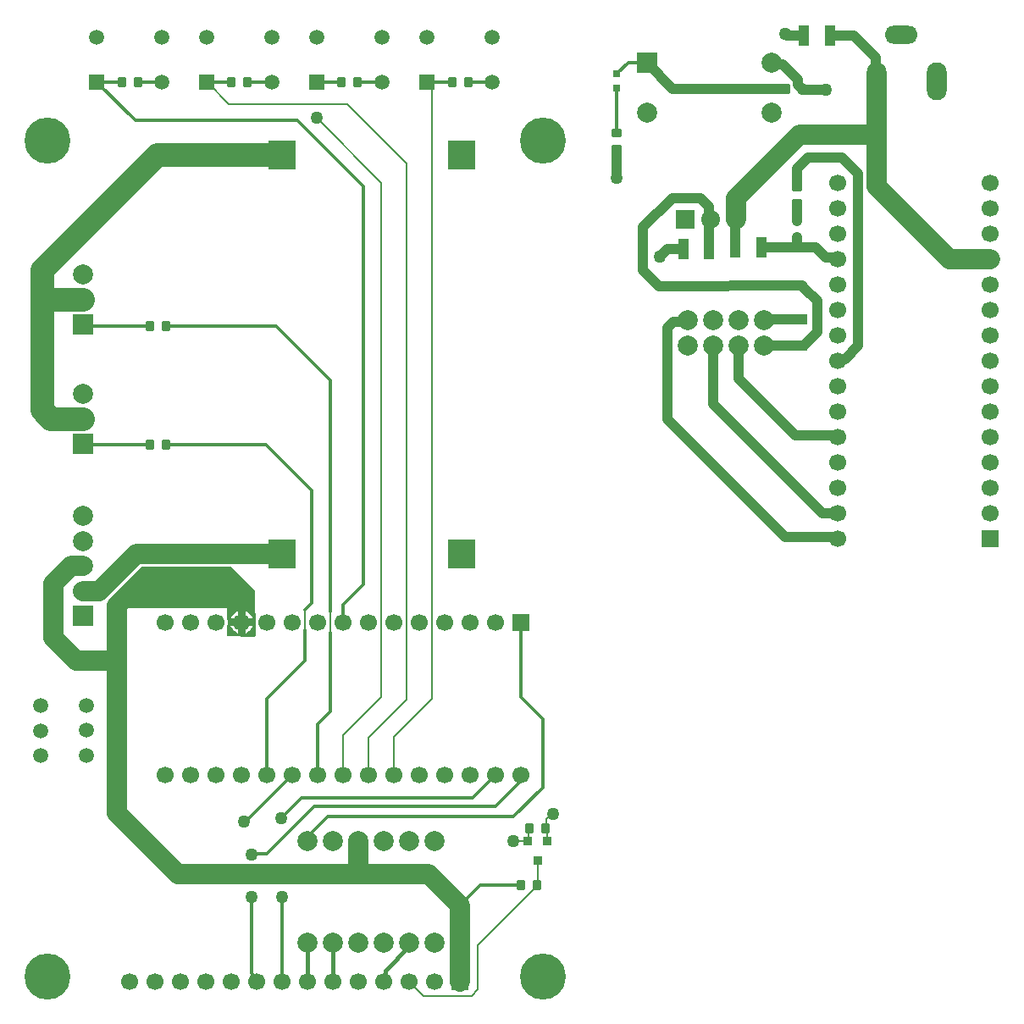
<source format=gtl>
G04*
G04 #@! TF.GenerationSoftware,Altium Limited,Altium Designer,24.9.1 (31)*
G04*
G04 Layer_Physical_Order=1*
G04 Layer_Color=255*
%FSLAX44Y44*%
%MOMM*%
G71*
G04*
G04 #@! TF.SameCoordinates,08A160DE-048D-4C44-B89D-0D19DBCE6055*
G04*
G04*
G04 #@! TF.FilePolarity,Positive*
G04*
G01*
G75*
%ADD11C,0.2000*%
G04:AMPARAMS|DCode=16|XSize=1.1mm|YSize=2mm|CornerRadius=0.055mm|HoleSize=0mm|Usage=FLASHONLY|Rotation=0.000|XOffset=0mm|YOffset=0mm|HoleType=Round|Shape=RoundedRectangle|*
%AMROUNDEDRECTD16*
21,1,1.1000,1.8900,0,0,0.0*
21,1,0.9900,2.0000,0,0,0.0*
1,1,0.1100,0.4950,-0.9450*
1,1,0.1100,-0.4950,-0.9450*
1,1,0.1100,-0.4950,0.9450*
1,1,0.1100,0.4950,0.9450*
%
%ADD16ROUNDEDRECTD16*%
G04:AMPARAMS|DCode=17|XSize=0.8mm|YSize=1mm|CornerRadius=0.04mm|HoleSize=0mm|Usage=FLASHONLY|Rotation=180.000|XOffset=0mm|YOffset=0mm|HoleType=Round|Shape=RoundedRectangle|*
%AMROUNDEDRECTD17*
21,1,0.8000,0.9200,0,0,180.0*
21,1,0.7200,1.0000,0,0,180.0*
1,1,0.0800,-0.3600,0.4600*
1,1,0.0800,0.3600,0.4600*
1,1,0.0800,0.3600,-0.4600*
1,1,0.0800,-0.3600,-0.4600*
%
%ADD17ROUNDEDRECTD17*%
%ADD18R,0.8000X0.8000*%
G04:AMPARAMS|DCode=19|XSize=1.1mm|YSize=2mm|CornerRadius=0.055mm|HoleSize=0mm|Usage=FLASHONLY|Rotation=90.000|XOffset=0mm|YOffset=0mm|HoleType=Round|Shape=RoundedRectangle|*
%AMROUNDEDRECTD19*
21,1,1.1000,1.8900,0,0,90.0*
21,1,0.9900,2.0000,0,0,90.0*
1,1,0.1100,0.9450,0.4950*
1,1,0.1100,0.9450,-0.4950*
1,1,0.1100,-0.9450,-0.4950*
1,1,0.1100,-0.9450,0.4950*
%
%ADD19ROUNDEDRECTD19*%
G04:AMPARAMS|DCode=20|XSize=0.8mm|YSize=1mm|CornerRadius=0.04mm|HoleSize=0mm|Usage=FLASHONLY|Rotation=270.000|XOffset=0mm|YOffset=0mm|HoleType=Round|Shape=RoundedRectangle|*
%AMROUNDEDRECTD20*
21,1,0.8000,0.9200,0,0,270.0*
21,1,0.7200,1.0000,0,0,270.0*
1,1,0.0800,-0.4600,-0.3600*
1,1,0.0800,-0.4600,0.3600*
1,1,0.0800,0.4600,0.3600*
1,1,0.0800,0.4600,-0.3600*
%
%ADD20ROUNDEDRECTD20*%
G04:AMPARAMS|DCode=21|XSize=0.8mm|YSize=0.9mm|CornerRadius=0.04mm|HoleSize=0mm|Usage=FLASHONLY|Rotation=0.000|XOffset=0mm|YOffset=0mm|HoleType=Round|Shape=RoundedRectangle|*
%AMROUNDEDRECTD21*
21,1,0.8000,0.8200,0,0,0.0*
21,1,0.7200,0.9000,0,0,0.0*
1,1,0.0800,0.3600,-0.4100*
1,1,0.0800,-0.3600,-0.4100*
1,1,0.0800,-0.3600,0.4100*
1,1,0.0800,0.3600,0.4100*
%
%ADD21ROUNDEDRECTD21*%
%ADD43C,1.0000*%
%ADD44C,0.3000*%
%ADD45C,2.0000*%
%ADD46C,0.3810*%
%ADD47C,2.4000*%
%ADD48R,2.0000X2.0000*%
%ADD49C,2.0000*%
%ADD50O,3.3000X1.8000*%
%ADD51O,2.0000X3.8000*%
%ADD52C,1.7000*%
%ADD53R,1.7000X1.7000*%
%ADD54C,1.8669*%
%ADD55R,1.8669X1.8669*%
%ADD56R,1.7000X1.7000*%
%ADD57R,2.0000X2.0000*%
%ADD58C,1.5000*%
%ADD59C,4.6000*%
%ADD60R,2.8000X3.0000*%
%ADD61R,1.4980X1.4980*%
%ADD62C,1.4980*%
%ADD63C,1.2700*%
G36*
X283568Y2421786D02*
X284644Y2376945D01*
X283230Y2375530D01*
X256157Y2376170D01*
Y2385985D01*
X256864Y2388626D01*
Y2391654D01*
X256157Y2394294D01*
Y2404019D01*
X157210Y2404019D01*
X144973Y2419796D01*
X170785Y2445608D01*
X259746D01*
X283568Y2421786D01*
D02*
G37*
%LPC*%
G36*
X274264Y2401108D02*
Y2393640D01*
X281732D01*
X281480Y2394579D01*
X279966Y2397201D01*
X277825Y2399342D01*
X275203Y2400856D01*
X274264Y2401108D01*
D02*
G37*
G36*
X267264D02*
X266325Y2400856D01*
X263703Y2399342D01*
X261562Y2397201D01*
X260048Y2394579D01*
X259796Y2393640D01*
X267264D01*
Y2401108D01*
D02*
G37*
G36*
X281732Y2386640D02*
X274264D01*
Y2379172D01*
X275203Y2379424D01*
X277825Y2380938D01*
X279966Y2383079D01*
X281480Y2385701D01*
X281732Y2386640D01*
D02*
G37*
G36*
X267264D02*
X259796D01*
X260048Y2385701D01*
X261562Y2383079D01*
X263703Y2380938D01*
X266325Y2379424D01*
X267264Y2379172D01*
Y2386640D01*
D02*
G37*
%LPD*%
D11*
X359464Y2379980D02*
Y2400500D01*
X334264Y2381804D02*
Y2402840D01*
X580270Y2198370D02*
X581914D01*
X575309Y2193409D02*
X580270Y2198370D01*
X574674Y2184400D02*
Y2185670D01*
X575309Y2185035D02*
Y2193409D01*
X573404Y2184400D02*
Y2185670D01*
X575309Y2185035D02*
X576474Y2183870D01*
Y2171540D02*
Y2183870D01*
X564054Y2123250D02*
X566674Y2125870D01*
X506984Y2067560D02*
X562674Y2123250D01*
X564054D01*
X566674Y2125870D02*
Y2151540D01*
X556714Y2171700D02*
X556874Y2171540D01*
X542544Y2171700D02*
X556714D01*
X557139Y2171805D02*
Y2184135D01*
X557404Y2181860D02*
Y2184400D01*
X557139Y2184135D02*
X557404Y2184400D01*
X556874Y2171540D02*
X557139Y2171805D01*
X438404Y2030730D02*
X452404Y2016730D01*
X372364Y2277110D02*
X410464Y2315210D01*
X423164Y2275840D02*
X461264Y2313940D01*
X397764Y2274570D02*
X435864Y2312670D01*
X372364Y2237740D02*
Y2277110D01*
X397764Y2237740D02*
Y2274570D01*
X423164Y2237740D02*
Y2275840D01*
X452404Y2016730D02*
X500604D01*
X506984Y2023110D02*
Y2067560D01*
X500604Y2016730D02*
X506984Y2023110D01*
X257884Y2908300D02*
X376174D01*
X236294Y2929890D02*
X257884Y2908300D01*
X376174D02*
X435864Y2848610D01*
X345694Y2894330D02*
X410464Y2829560D01*
X358394Y2632710D02*
X359464Y2631640D01*
X410464Y2315210D02*
Y2829560D01*
X461264Y2313940D02*
Y2924920D01*
X435864Y2312670D02*
Y2848610D01*
D16*
X858820Y2976880D02*
D03*
X832820D02*
D03*
X738170Y2763520D02*
D03*
X712170D02*
D03*
X764240Y2764790D02*
D03*
X790240D02*
D03*
D17*
X830960Y2923540D02*
D03*
X814960D02*
D03*
X260224Y2929890D02*
D03*
X276224D02*
D03*
X481204D02*
D03*
X497204D02*
D03*
X370714D02*
D03*
X386714D02*
D03*
X178944Y2567940D02*
D03*
X194944D02*
D03*
X574674Y2184400D02*
D03*
X558674D02*
D03*
X151004Y2929890D02*
D03*
X167004D02*
D03*
X549784Y2127250D02*
D03*
X565784D02*
D03*
X194944Y2686050D02*
D03*
X178944D02*
D03*
D18*
X645160Y2938660D02*
D03*
Y2923660D02*
D03*
X825500Y2790070D02*
D03*
Y2775070D02*
D03*
D19*
Y2692700D02*
D03*
Y2666700D02*
D03*
D20*
Y2808860D02*
D03*
Y2824860D02*
D03*
X645160Y2879470D02*
D03*
Y2863470D02*
D03*
D21*
X576474Y2171540D02*
D03*
X556874D02*
D03*
X566674Y2151540D02*
D03*
D43*
X802553Y2947497D02*
X811703D01*
X826960Y2932240D01*
X800640Y2949410D02*
X802553Y2947497D01*
X701510Y2923540D02*
X810260D01*
X870545Y2854960D02*
X887200Y2838305D01*
X864801Y2754699D02*
X866140Y2753360D01*
X645160Y2834640D02*
Y2858470D01*
X675640Y2949410D02*
X701510Y2923540D01*
X873829Y2653099D02*
X887200Y2666470D01*
Y2838305D01*
X836930Y2854960D02*
X870545D01*
X867479Y2653099D02*
X873829D01*
X864801Y2475299D02*
X866140Y2473960D01*
Y2651760D02*
X867479Y2653099D01*
X864801Y2576899D02*
X866140Y2575560D01*
X850900Y2499360D02*
X866140D01*
X826960Y2927540D02*
X830960Y2923540D01*
X826960Y2927540D02*
Y2932240D01*
X830610Y2922270D02*
X854710D01*
X904607Y2931753D02*
Y2954923D01*
Y2931753D02*
X905200Y2931160D01*
X814070Y2978150D02*
X814801D01*
X816071Y2976880D01*
X858820D02*
X882650D01*
X816071D02*
X832820D01*
X882650D02*
X904607Y2954923D01*
X688230Y2725530D02*
X826516Y2726539D01*
X764240Y2764790D02*
Y2792430D01*
X695960Y2763520D02*
X712170D01*
X671830Y2741930D02*
X688230Y2725530D01*
X671830Y2741930D02*
Y2785110D01*
X738170Y2763520D02*
Y2791760D01*
X688340Y2755900D02*
X695960Y2763520D01*
X825500Y2764790D02*
Y2775070D01*
X767080Y2633980D02*
Y2667000D01*
X741680Y2608580D02*
Y2667000D01*
X825500Y2791460D02*
Y2807872D01*
X738170Y2791760D02*
X739140Y2792730D01*
X701040Y2814320D02*
X728980D01*
X737481Y2794389D02*
Y2805819D01*
X728980Y2814320D02*
X737481Y2805819D01*
X671830Y2785110D02*
X701040Y2814320D01*
X737481Y2794389D02*
X739140Y2792730D01*
X854641Y2754699D02*
X864801D01*
X825500Y2764790D02*
X844550D01*
X854641Y2754699D01*
X790240Y2764790D02*
X825500D01*
Y2843530D02*
X836930Y2854960D01*
X825500Y2828290D02*
Y2843530D01*
X830731Y2726539D02*
X833660Y2723611D01*
X832540Y2666700D02*
X846040Y2680200D01*
X826516Y2726539D02*
X830731D01*
X833660Y2723611D02*
X846040Y2711230D01*
Y2680200D02*
Y2711230D01*
X814001Y2475299D02*
X864801D01*
X767080Y2633980D02*
X824161Y2576899D01*
X695960Y2593340D02*
X814001Y2475299D01*
X741680Y2608580D02*
X850900Y2499360D01*
X824161Y2576899D02*
X864801D01*
X695960Y2593340D02*
Y2684629D01*
X701818Y2690486D01*
X714367D01*
X716280Y2692400D01*
X792480Y2667000D02*
X792630Y2666850D01*
Y2692550D02*
X827890D01*
X825350Y2666850D02*
X825500Y2666700D01*
X827890Y2692550D02*
X828040Y2692700D01*
X792630Y2666850D02*
X825350D01*
X792480Y2692400D02*
X792630Y2692550D01*
D44*
X645160Y2879470D02*
Y2922630D01*
X656940Y2949410D02*
X675640D01*
X645160Y2922630D02*
X646430Y2923900D01*
Y2938900D02*
X656940Y2949410D01*
X334264Y2402840D02*
X340614Y2409190D01*
X296164Y2313940D02*
X334264Y2352040D01*
X372364Y2390140D02*
Y2407920D01*
X296164Y2237740D02*
Y2313940D01*
X542544Y2195830D02*
X571754Y2225040D01*
X286004Y2030730D02*
Y2034407D01*
X280924Y2039487D02*
X286004Y2034407D01*
X336804Y2171700D02*
Y2175510D01*
X295906Y2158742D02*
X343154Y2205990D01*
X336804Y2175510D02*
X357124Y2195830D01*
X547485Y2228711D02*
Y2235061D01*
X571754Y2225040D02*
Y2293620D01*
X524764Y2205990D02*
X547485Y2228711D01*
X501904Y2214880D02*
X524764Y2237740D01*
X550164Y2315210D02*
X571754Y2293620D01*
X550164Y2315210D02*
Y2390140D01*
X547485Y2235061D02*
X550164Y2237740D01*
X274574Y2190750D02*
X321564Y2237740D01*
X281636Y2158742D02*
X295906D01*
X280924Y2158030D02*
X281636Y2158742D01*
X509524Y2127250D02*
X550299D01*
X489204Y2106930D02*
X509524Y2127250D01*
X343154Y2205990D02*
X524764D01*
X357124Y2195830D02*
X542544D01*
X330350Y2214880D02*
X501904D01*
X273304Y2190750D02*
X274574D01*
X310082Y2194612D02*
X330350Y2214880D01*
X280924Y2039487D02*
Y2115820D01*
X311404Y2030730D02*
Y2115820D01*
X346964Y2237740D02*
Y2288540D01*
X359464Y2301040D02*
Y2379980D01*
X346964Y2288540D02*
X359464Y2301040D01*
X334264Y2352040D02*
Y2381804D01*
X276224Y2929890D02*
X276504Y2930170D01*
X346294Y2929890D02*
X373254D01*
X276504Y2930170D02*
X301014D01*
X236014D02*
X236294Y2929890D01*
X346014Y2930170D02*
X346294Y2929890D01*
X236294D02*
X260224D01*
X389534Y2930170D02*
X411014D01*
X389254Y2929890D02*
X389534Y2930170D01*
X456014D02*
X456294Y2929890D01*
X498374Y2930170D02*
X521014D01*
X456294Y2929890D02*
X482094D01*
X498094D02*
X498374Y2930170D01*
X165734Y2928620D02*
X167284Y2930170D01*
X127564Y2929890D02*
X151004D01*
X127284Y2930170D02*
X127564Y2929890D01*
X126014Y2930170D02*
X127284D01*
X167284D02*
X191014D01*
X127564Y2928620D02*
X164394Y2891790D01*
X326644D01*
X113684Y2686050D02*
X178944D01*
X112414Y2567940D02*
X178944D01*
X112014Y2568340D02*
X112414Y2567940D01*
X112014Y2687720D02*
X113684Y2686050D01*
X294894Y2567940D02*
X340614Y2522220D01*
X326644Y2891790D02*
X392684Y2825750D01*
Y2428240D02*
Y2825750D01*
X340614Y2409190D02*
Y2522220D01*
X359464Y2400500D02*
Y2631640D01*
X372364Y2407920D02*
X392684Y2428240D01*
X305054Y2686050D02*
X358394Y2632710D01*
X194944Y2567940D02*
X294894D01*
X194944Y2686050D02*
X305054D01*
D45*
X905200Y2826060D02*
X977900Y2753360D01*
X828040Y2877820D02*
X902970D01*
X905200Y2826060D02*
Y2877820D01*
X977900Y2753360D02*
X1018540D01*
X905200Y2877820D02*
Y2931160D01*
X764540Y2814320D02*
X828040Y2877820D01*
X764540Y2792730D02*
Y2814320D01*
X387604Y2146300D02*
Y2171700D01*
X207264Y2138680D02*
X457454D01*
X146304Y2199640D02*
X207264Y2138680D01*
X146304Y2199640D02*
Y2352040D01*
Y2406650D01*
X105664Y2352040D02*
X146304D01*
X82804Y2374900D02*
X105664Y2352040D01*
X457454Y2138680D02*
X489204Y2106930D01*
Y2030730D02*
Y2106930D01*
X165354Y2458720D02*
X311404D01*
X128054Y2421420D02*
X165354Y2458720D01*
X146304Y2406650D02*
X168208Y2428554D01*
X111804Y2421420D02*
X128054D01*
X82804Y2428704D02*
X100520Y2446420D01*
X111804D01*
X82804Y2374900D02*
Y2428704D01*
D46*
X414165Y2031891D02*
Y2042052D01*
X438404Y2066290D02*
Y2070100D01*
X414165Y2042052D02*
X438404Y2066290D01*
X413004Y2030730D02*
X414165Y2031891D01*
X362204Y2030730D02*
Y2070100D01*
X336804Y2030730D02*
Y2070100D01*
D47*
X186554Y2857110D02*
X311404D01*
X71374Y2712720D02*
Y2741930D01*
X80264Y2593340D02*
X112014D01*
X71374Y2602230D02*
X80264Y2593340D01*
X71374Y2712720D02*
X112014D01*
X71374Y2602230D02*
Y2712720D01*
Y2741930D02*
X186554Y2857110D01*
D48*
X675640Y2949410D02*
D03*
D49*
X800640D02*
D03*
X675640Y2899410D02*
D03*
X800640D02*
D03*
X716280Y2667000D02*
D03*
Y2692400D02*
D03*
X741680Y2667000D02*
D03*
Y2692400D02*
D03*
X767080Y2667000D02*
D03*
Y2692400D02*
D03*
X792480Y2667000D02*
D03*
Y2692400D02*
D03*
X111804Y2496420D02*
D03*
Y2471420D02*
D03*
Y2446420D02*
D03*
Y2421420D02*
D03*
X463804Y2070100D02*
D03*
Y2171700D02*
D03*
X362204Y2070100D02*
D03*
X336804D02*
D03*
X413004D02*
D03*
X387604D02*
D03*
X438404D02*
D03*
X362204Y2171700D02*
D03*
X336804D02*
D03*
X413004D02*
D03*
X387604D02*
D03*
X438404D02*
D03*
X112014Y2737720D02*
D03*
Y2712720D02*
D03*
Y2618340D02*
D03*
Y2593340D02*
D03*
D50*
X930200Y2977660D02*
D03*
D51*
X965200Y2931160D02*
D03*
X905200D02*
D03*
D52*
X866140Y2473960D02*
D03*
Y2499360D02*
D03*
Y2524760D02*
D03*
Y2550160D02*
D03*
Y2575560D02*
D03*
Y2600960D02*
D03*
Y2626360D02*
D03*
Y2651760D02*
D03*
Y2677160D02*
D03*
Y2702560D02*
D03*
Y2727960D02*
D03*
Y2753360D02*
D03*
Y2778760D02*
D03*
Y2804160D02*
D03*
Y2829560D02*
D03*
X1018540D02*
D03*
Y2804160D02*
D03*
Y2778760D02*
D03*
Y2753360D02*
D03*
Y2727960D02*
D03*
Y2702560D02*
D03*
Y2677160D02*
D03*
Y2651760D02*
D03*
Y2626360D02*
D03*
Y2600960D02*
D03*
Y2575560D02*
D03*
Y2550160D02*
D03*
Y2524760D02*
D03*
Y2499360D02*
D03*
X463804Y2030730D02*
D03*
X438404D02*
D03*
X413004D02*
D03*
X387604D02*
D03*
X362204D02*
D03*
X336804D02*
D03*
X311404D02*
D03*
X286004D02*
D03*
X260604D02*
D03*
X235204D02*
D03*
X209804D02*
D03*
X184404D02*
D03*
X159004D02*
D03*
X550164Y2237740D02*
D03*
X524764D02*
D03*
X499364D02*
D03*
X473964D02*
D03*
X448564D02*
D03*
X423164D02*
D03*
X397764D02*
D03*
X372364D02*
D03*
X346964D02*
D03*
X321564D02*
D03*
X296164D02*
D03*
X270764D02*
D03*
X245364D02*
D03*
X219964D02*
D03*
X194564D02*
D03*
Y2390140D02*
D03*
X219964D02*
D03*
X245364D02*
D03*
X270764D02*
D03*
X296164D02*
D03*
X321564D02*
D03*
X346964D02*
D03*
X372364D02*
D03*
X397764D02*
D03*
X423164D02*
D03*
X448564D02*
D03*
X473964D02*
D03*
X499364D02*
D03*
X524764D02*
D03*
D53*
X1018540Y2473960D02*
D03*
D54*
X764540Y2792730D02*
D03*
X739140D02*
D03*
D55*
X713740D02*
D03*
D56*
X489204Y2030730D02*
D03*
X550164Y2390140D02*
D03*
D57*
X111804Y2396420D02*
D03*
X112014Y2687720D02*
D03*
Y2568340D02*
D03*
D58*
X115614Y2257190D02*
D03*
Y2282190D02*
D03*
Y2307190D02*
D03*
X69894Y2256790D02*
D03*
Y2281790D02*
D03*
Y2306790D02*
D03*
D59*
X76514Y2035890D02*
D03*
X571694D02*
D03*
Y2871410D02*
D03*
X76514D02*
D03*
D60*
X311404Y2458720D02*
D03*
X490474Y2857110D02*
D03*
X311404D02*
D03*
X490474Y2458720D02*
D03*
D61*
X346014Y2930170D02*
D03*
X126014D02*
D03*
X236014D02*
D03*
X456014D02*
D03*
D62*
X411014D02*
D03*
X346014Y2975170D02*
D03*
X411014D02*
D03*
X191014Y2930170D02*
D03*
X126014Y2975170D02*
D03*
X191014D02*
D03*
X301014Y2930170D02*
D03*
X236014Y2975170D02*
D03*
X301014D02*
D03*
X521014Y2930170D02*
D03*
X456014Y2975170D02*
D03*
X521014D02*
D03*
D63*
X854710Y2922270D02*
D03*
X814070Y2978150D02*
D03*
X688340Y2755900D02*
D03*
X645160Y2834640D02*
D03*
X581914Y2198370D02*
D03*
X542544Y2171700D02*
D03*
X280924Y2115820D02*
D03*
Y2158030D02*
D03*
X273304Y2190750D02*
D03*
X310082Y2194612D02*
D03*
X311404Y2115820D02*
D03*
X345694Y2894330D02*
D03*
M02*

</source>
